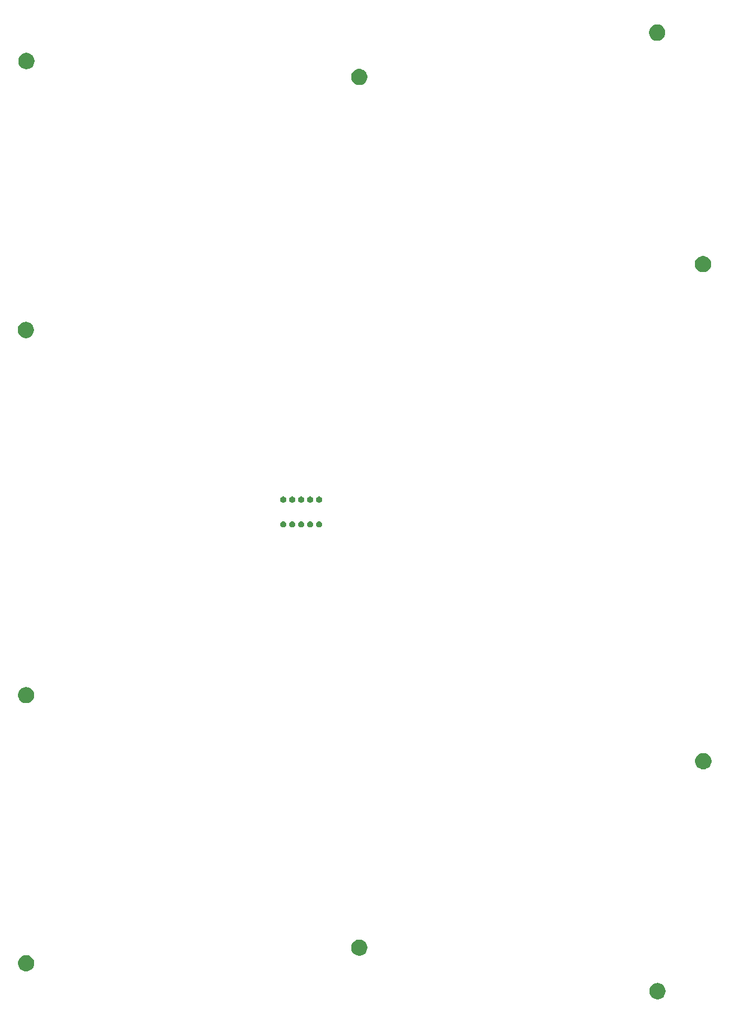
<source format=gbs>
G04 #@! TF.GenerationSoftware,KiCad,Pcbnew,(5.1.0-0)*
G04 #@! TF.CreationDate,2020-05-09T20:23:00+09:00*
G04 #@! TF.ProjectId,potto50-bottom-plate,706f7474-6f35-4302-9d62-6f74746f6d2d,rev?*
G04 #@! TF.SameCoordinates,Original*
G04 #@! TF.FileFunction,Soldermask,Bot*
G04 #@! TF.FilePolarity,Negative*
%FSLAX46Y46*%
G04 Gerber Fmt 4.6, Leading zero omitted, Abs format (unit mm)*
G04 Created by KiCad (PCBNEW (5.1.0-0)) date 2020-05-09 20:23:00*
%MOMM*%
%LPD*%
G04 APERTURE LIST*
%ADD10C,0.100000*%
G04 APERTURE END LIST*
D10*
G36*
X174709849Y-167844616D02*
G01*
X174821034Y-167866732D01*
X175030503Y-167953497D01*
X175219020Y-168079460D01*
X175379340Y-168239780D01*
X175505303Y-168428297D01*
X175592068Y-168637766D01*
X175636300Y-168860136D01*
X175636300Y-169086864D01*
X175592068Y-169309234D01*
X175505303Y-169518703D01*
X175379340Y-169707220D01*
X175219020Y-169867540D01*
X175030503Y-169993503D01*
X174821034Y-170080268D01*
X174709849Y-170102384D01*
X174598665Y-170124500D01*
X174371935Y-170124500D01*
X174260751Y-170102384D01*
X174149566Y-170080268D01*
X173940097Y-169993503D01*
X173751580Y-169867540D01*
X173591260Y-169707220D01*
X173465297Y-169518703D01*
X173378532Y-169309234D01*
X173334300Y-169086864D01*
X173334300Y-168860136D01*
X173378532Y-168637766D01*
X173465297Y-168428297D01*
X173591260Y-168239780D01*
X173751580Y-168079460D01*
X173940097Y-167953497D01*
X174149566Y-167866732D01*
X174260751Y-167844616D01*
X174371935Y-167822500D01*
X174598665Y-167822500D01*
X174709849Y-167844616D01*
X174709849Y-167844616D01*
G37*
G36*
X85251049Y-163894916D02*
G01*
X85362234Y-163917032D01*
X85571703Y-164003797D01*
X85760220Y-164129760D01*
X85920540Y-164290080D01*
X86046503Y-164478597D01*
X86133268Y-164688066D01*
X86177500Y-164910436D01*
X86177500Y-165137164D01*
X86133268Y-165359534D01*
X86046503Y-165569003D01*
X85920540Y-165757520D01*
X85760220Y-165917840D01*
X85571703Y-166043803D01*
X85362234Y-166130568D01*
X85251049Y-166152684D01*
X85139865Y-166174800D01*
X84913135Y-166174800D01*
X84801951Y-166152684D01*
X84690766Y-166130568D01*
X84481297Y-166043803D01*
X84292780Y-165917840D01*
X84132460Y-165757520D01*
X84006497Y-165569003D01*
X83919732Y-165359534D01*
X83875500Y-165137164D01*
X83875500Y-164910436D01*
X83919732Y-164688066D01*
X84006497Y-164478597D01*
X84132460Y-164290080D01*
X84292780Y-164129760D01*
X84481297Y-164003797D01*
X84690766Y-163917032D01*
X84801951Y-163894916D01*
X84913135Y-163872800D01*
X85139865Y-163872800D01*
X85251049Y-163894916D01*
X85251049Y-163894916D01*
G37*
G36*
X132456949Y-161672416D02*
G01*
X132568134Y-161694532D01*
X132777603Y-161781297D01*
X132966120Y-161907260D01*
X133126440Y-162067580D01*
X133252403Y-162256097D01*
X133339168Y-162465566D01*
X133383400Y-162687936D01*
X133383400Y-162914664D01*
X133339168Y-163137034D01*
X133252403Y-163346503D01*
X133126440Y-163535020D01*
X132966120Y-163695340D01*
X132777603Y-163821303D01*
X132568134Y-163908068D01*
X132456949Y-163930184D01*
X132345765Y-163952300D01*
X132119035Y-163952300D01*
X132007851Y-163930184D01*
X131896666Y-163908068D01*
X131687197Y-163821303D01*
X131498680Y-163695340D01*
X131338360Y-163535020D01*
X131212397Y-163346503D01*
X131125632Y-163137034D01*
X131081400Y-162914664D01*
X131081400Y-162687936D01*
X131125632Y-162465566D01*
X131212397Y-162256097D01*
X131338360Y-162067580D01*
X131498680Y-161907260D01*
X131687197Y-161781297D01*
X131896666Y-161694532D01*
X132007851Y-161672416D01*
X132119035Y-161650300D01*
X132345765Y-161650300D01*
X132456949Y-161672416D01*
X132456949Y-161672416D01*
G37*
G36*
X181199549Y-135269116D02*
G01*
X181310734Y-135291232D01*
X181520203Y-135377997D01*
X181708720Y-135503960D01*
X181869040Y-135664280D01*
X181995003Y-135852797D01*
X182081768Y-136062266D01*
X182126000Y-136284636D01*
X182126000Y-136511364D01*
X182081768Y-136733734D01*
X181995003Y-136943203D01*
X181869040Y-137131720D01*
X181708720Y-137292040D01*
X181520203Y-137418003D01*
X181310734Y-137504768D01*
X181199549Y-137526884D01*
X181088365Y-137549000D01*
X180861635Y-137549000D01*
X180750451Y-137526884D01*
X180639266Y-137504768D01*
X180429797Y-137418003D01*
X180241280Y-137292040D01*
X180080960Y-137131720D01*
X179954997Y-136943203D01*
X179868232Y-136733734D01*
X179824000Y-136511364D01*
X179824000Y-136284636D01*
X179868232Y-136062266D01*
X179954997Y-135852797D01*
X180080960Y-135664280D01*
X180241280Y-135503960D01*
X180429797Y-135377997D01*
X180639266Y-135291232D01*
X180750451Y-135269116D01*
X180861635Y-135247000D01*
X181088365Y-135247000D01*
X181199549Y-135269116D01*
X181199549Y-135269116D01*
G37*
G36*
X85251049Y-125921916D02*
G01*
X85362234Y-125944032D01*
X85571703Y-126030797D01*
X85760220Y-126156760D01*
X85920540Y-126317080D01*
X86046503Y-126505597D01*
X86133268Y-126715066D01*
X86177500Y-126937436D01*
X86177500Y-127164164D01*
X86133268Y-127386534D01*
X86046503Y-127596003D01*
X85920540Y-127784520D01*
X85760220Y-127944840D01*
X85571703Y-128070803D01*
X85362234Y-128157568D01*
X85251049Y-128179684D01*
X85139865Y-128201800D01*
X84913135Y-128201800D01*
X84801951Y-128179684D01*
X84690766Y-128157568D01*
X84481297Y-128070803D01*
X84292780Y-127944840D01*
X84132460Y-127784520D01*
X84006497Y-127596003D01*
X83919732Y-127386534D01*
X83875500Y-127164164D01*
X83875500Y-126937436D01*
X83919732Y-126715066D01*
X84006497Y-126505597D01*
X84132460Y-126317080D01*
X84292780Y-126156760D01*
X84481297Y-126030797D01*
X84690766Y-125944032D01*
X84801951Y-125921916D01*
X84913135Y-125899800D01*
X85139865Y-125899800D01*
X85251049Y-125921916D01*
X85251049Y-125921916D01*
G37*
G36*
X126669014Y-102423189D02*
G01*
X126749945Y-102456712D01*
X126822780Y-102505379D01*
X126884721Y-102567320D01*
X126933388Y-102640155D01*
X126966911Y-102721086D01*
X126984000Y-102807001D01*
X126984000Y-102894599D01*
X126966911Y-102980514D01*
X126933388Y-103061445D01*
X126884721Y-103134280D01*
X126822780Y-103196221D01*
X126749945Y-103244888D01*
X126749944Y-103244889D01*
X126749943Y-103244889D01*
X126669014Y-103278411D01*
X126583101Y-103295500D01*
X126495499Y-103295500D01*
X126409586Y-103278411D01*
X126328657Y-103244889D01*
X126328656Y-103244889D01*
X126328655Y-103244888D01*
X126255820Y-103196221D01*
X126193879Y-103134280D01*
X126145212Y-103061445D01*
X126111689Y-102980514D01*
X126094600Y-102894599D01*
X126094600Y-102807001D01*
X126111689Y-102721086D01*
X126145212Y-102640155D01*
X126193879Y-102567320D01*
X126255820Y-102505379D01*
X126328655Y-102456712D01*
X126409586Y-102423189D01*
X126495499Y-102406100D01*
X126583101Y-102406100D01*
X126669014Y-102423189D01*
X126669014Y-102423189D01*
G37*
G36*
X125399014Y-102423189D02*
G01*
X125479945Y-102456712D01*
X125552780Y-102505379D01*
X125614721Y-102567320D01*
X125663388Y-102640155D01*
X125696911Y-102721086D01*
X125714000Y-102807001D01*
X125714000Y-102894599D01*
X125696911Y-102980514D01*
X125663388Y-103061445D01*
X125614721Y-103134280D01*
X125552780Y-103196221D01*
X125479945Y-103244888D01*
X125479944Y-103244889D01*
X125479943Y-103244889D01*
X125399014Y-103278411D01*
X125313101Y-103295500D01*
X125225499Y-103295500D01*
X125139586Y-103278411D01*
X125058657Y-103244889D01*
X125058656Y-103244889D01*
X125058655Y-103244888D01*
X124985820Y-103196221D01*
X124923879Y-103134280D01*
X124875212Y-103061445D01*
X124841689Y-102980514D01*
X124824600Y-102894599D01*
X124824600Y-102807001D01*
X124841689Y-102721086D01*
X124875212Y-102640155D01*
X124923879Y-102567320D01*
X124985820Y-102505379D01*
X125058655Y-102456712D01*
X125139586Y-102423189D01*
X125225499Y-102406100D01*
X125313101Y-102406100D01*
X125399014Y-102423189D01*
X125399014Y-102423189D01*
G37*
G36*
X124129014Y-102423189D02*
G01*
X124209945Y-102456712D01*
X124282780Y-102505379D01*
X124344721Y-102567320D01*
X124393388Y-102640155D01*
X124426911Y-102721086D01*
X124444000Y-102807001D01*
X124444000Y-102894599D01*
X124426911Y-102980514D01*
X124393388Y-103061445D01*
X124344721Y-103134280D01*
X124282780Y-103196221D01*
X124209945Y-103244888D01*
X124209944Y-103244889D01*
X124209943Y-103244889D01*
X124129014Y-103278411D01*
X124043101Y-103295500D01*
X123955499Y-103295500D01*
X123869586Y-103278411D01*
X123788657Y-103244889D01*
X123788656Y-103244889D01*
X123788655Y-103244888D01*
X123715820Y-103196221D01*
X123653879Y-103134280D01*
X123605212Y-103061445D01*
X123571689Y-102980514D01*
X123554600Y-102894599D01*
X123554600Y-102807001D01*
X123571689Y-102721086D01*
X123605212Y-102640155D01*
X123653879Y-102567320D01*
X123715820Y-102505379D01*
X123788655Y-102456712D01*
X123869586Y-102423189D01*
X123955499Y-102406100D01*
X124043101Y-102406100D01*
X124129014Y-102423189D01*
X124129014Y-102423189D01*
G37*
G36*
X122859014Y-102423189D02*
G01*
X122939945Y-102456712D01*
X123012780Y-102505379D01*
X123074721Y-102567320D01*
X123123388Y-102640155D01*
X123156911Y-102721086D01*
X123174000Y-102807001D01*
X123174000Y-102894599D01*
X123156911Y-102980514D01*
X123123388Y-103061445D01*
X123074721Y-103134280D01*
X123012780Y-103196221D01*
X122939945Y-103244888D01*
X122939944Y-103244889D01*
X122939943Y-103244889D01*
X122859014Y-103278411D01*
X122773101Y-103295500D01*
X122685499Y-103295500D01*
X122599586Y-103278411D01*
X122518657Y-103244889D01*
X122518656Y-103244889D01*
X122518655Y-103244888D01*
X122445820Y-103196221D01*
X122383879Y-103134280D01*
X122335212Y-103061445D01*
X122301689Y-102980514D01*
X122284600Y-102894599D01*
X122284600Y-102807001D01*
X122301689Y-102721086D01*
X122335212Y-102640155D01*
X122383879Y-102567320D01*
X122445820Y-102505379D01*
X122518655Y-102456712D01*
X122599586Y-102423189D01*
X122685499Y-102406100D01*
X122773101Y-102406100D01*
X122859014Y-102423189D01*
X122859014Y-102423189D01*
G37*
G36*
X121589014Y-102423189D02*
G01*
X121669945Y-102456712D01*
X121742780Y-102505379D01*
X121804721Y-102567320D01*
X121853388Y-102640155D01*
X121886911Y-102721086D01*
X121904000Y-102807001D01*
X121904000Y-102894599D01*
X121886911Y-102980514D01*
X121853388Y-103061445D01*
X121804721Y-103134280D01*
X121742780Y-103196221D01*
X121669945Y-103244888D01*
X121669944Y-103244889D01*
X121669943Y-103244889D01*
X121589014Y-103278411D01*
X121503101Y-103295500D01*
X121415499Y-103295500D01*
X121329586Y-103278411D01*
X121248657Y-103244889D01*
X121248656Y-103244889D01*
X121248655Y-103244888D01*
X121175820Y-103196221D01*
X121113879Y-103134280D01*
X121065212Y-103061445D01*
X121031689Y-102980514D01*
X121014600Y-102894599D01*
X121014600Y-102807001D01*
X121031689Y-102721086D01*
X121065212Y-102640155D01*
X121113879Y-102567320D01*
X121175820Y-102505379D01*
X121248655Y-102456712D01*
X121329586Y-102423189D01*
X121415499Y-102406100D01*
X121503101Y-102406100D01*
X121589014Y-102423189D01*
X121589014Y-102423189D01*
G37*
G36*
X126669014Y-98915189D02*
G01*
X126749945Y-98948712D01*
X126822780Y-98997379D01*
X126884721Y-99059320D01*
X126933388Y-99132155D01*
X126966911Y-99213086D01*
X126984000Y-99299001D01*
X126984000Y-99386599D01*
X126966911Y-99472514D01*
X126933388Y-99553445D01*
X126884721Y-99626280D01*
X126822780Y-99688221D01*
X126749945Y-99736888D01*
X126749944Y-99736889D01*
X126749943Y-99736889D01*
X126669014Y-99770411D01*
X126583101Y-99787500D01*
X126495499Y-99787500D01*
X126409586Y-99770411D01*
X126328657Y-99736889D01*
X126328656Y-99736889D01*
X126328655Y-99736888D01*
X126255820Y-99688221D01*
X126193879Y-99626280D01*
X126145212Y-99553445D01*
X126111689Y-99472514D01*
X126094600Y-99386599D01*
X126094600Y-99299001D01*
X126111689Y-99213086D01*
X126145212Y-99132155D01*
X126193879Y-99059320D01*
X126255820Y-98997379D01*
X126328655Y-98948712D01*
X126409586Y-98915189D01*
X126495499Y-98898100D01*
X126583101Y-98898100D01*
X126669014Y-98915189D01*
X126669014Y-98915189D01*
G37*
G36*
X122859014Y-98915189D02*
G01*
X122939945Y-98948712D01*
X123012780Y-98997379D01*
X123074721Y-99059320D01*
X123123388Y-99132155D01*
X123156911Y-99213086D01*
X123174000Y-99299001D01*
X123174000Y-99386599D01*
X123156911Y-99472514D01*
X123123388Y-99553445D01*
X123074721Y-99626280D01*
X123012780Y-99688221D01*
X122939945Y-99736888D01*
X122939944Y-99736889D01*
X122939943Y-99736889D01*
X122859014Y-99770411D01*
X122773101Y-99787500D01*
X122685499Y-99787500D01*
X122599586Y-99770411D01*
X122518657Y-99736889D01*
X122518656Y-99736889D01*
X122518655Y-99736888D01*
X122445820Y-99688221D01*
X122383879Y-99626280D01*
X122335212Y-99553445D01*
X122301689Y-99472514D01*
X122284600Y-99386599D01*
X122284600Y-99299001D01*
X122301689Y-99213086D01*
X122335212Y-99132155D01*
X122383879Y-99059320D01*
X122445820Y-98997379D01*
X122518655Y-98948712D01*
X122599586Y-98915189D01*
X122685499Y-98898100D01*
X122773101Y-98898100D01*
X122859014Y-98915189D01*
X122859014Y-98915189D01*
G37*
G36*
X125399014Y-98915189D02*
G01*
X125479945Y-98948712D01*
X125552780Y-98997379D01*
X125614721Y-99059320D01*
X125663388Y-99132155D01*
X125696911Y-99213086D01*
X125714000Y-99299001D01*
X125714000Y-99386599D01*
X125696911Y-99472514D01*
X125663388Y-99553445D01*
X125614721Y-99626280D01*
X125552780Y-99688221D01*
X125479945Y-99736888D01*
X125479944Y-99736889D01*
X125479943Y-99736889D01*
X125399014Y-99770411D01*
X125313101Y-99787500D01*
X125225499Y-99787500D01*
X125139586Y-99770411D01*
X125058657Y-99736889D01*
X125058656Y-99736889D01*
X125058655Y-99736888D01*
X124985820Y-99688221D01*
X124923879Y-99626280D01*
X124875212Y-99553445D01*
X124841689Y-99472514D01*
X124824600Y-99386599D01*
X124824600Y-99299001D01*
X124841689Y-99213086D01*
X124875212Y-99132155D01*
X124923879Y-99059320D01*
X124985820Y-98997379D01*
X125058655Y-98948712D01*
X125139586Y-98915189D01*
X125225499Y-98898100D01*
X125313101Y-98898100D01*
X125399014Y-98915189D01*
X125399014Y-98915189D01*
G37*
G36*
X124129014Y-98915189D02*
G01*
X124209945Y-98948712D01*
X124282780Y-98997379D01*
X124344721Y-99059320D01*
X124393388Y-99132155D01*
X124426911Y-99213086D01*
X124444000Y-99299001D01*
X124444000Y-99386599D01*
X124426911Y-99472514D01*
X124393388Y-99553445D01*
X124344721Y-99626280D01*
X124282780Y-99688221D01*
X124209945Y-99736888D01*
X124209944Y-99736889D01*
X124209943Y-99736889D01*
X124129014Y-99770411D01*
X124043101Y-99787500D01*
X123955499Y-99787500D01*
X123869586Y-99770411D01*
X123788657Y-99736889D01*
X123788656Y-99736889D01*
X123788655Y-99736888D01*
X123715820Y-99688221D01*
X123653879Y-99626280D01*
X123605212Y-99553445D01*
X123571689Y-99472514D01*
X123554600Y-99386599D01*
X123554600Y-99299001D01*
X123571689Y-99213086D01*
X123605212Y-99132155D01*
X123653879Y-99059320D01*
X123715820Y-98997379D01*
X123788655Y-98948712D01*
X123869586Y-98915189D01*
X123955499Y-98898100D01*
X124043101Y-98898100D01*
X124129014Y-98915189D01*
X124129014Y-98915189D01*
G37*
G36*
X121589014Y-98915189D02*
G01*
X121669945Y-98948712D01*
X121742780Y-98997379D01*
X121804721Y-99059320D01*
X121853388Y-99132155D01*
X121886911Y-99213086D01*
X121904000Y-99299001D01*
X121904000Y-99386599D01*
X121886911Y-99472514D01*
X121853388Y-99553445D01*
X121804721Y-99626280D01*
X121742780Y-99688221D01*
X121669945Y-99736888D01*
X121669944Y-99736889D01*
X121669943Y-99736889D01*
X121589014Y-99770411D01*
X121503101Y-99787500D01*
X121415499Y-99787500D01*
X121329586Y-99770411D01*
X121248657Y-99736889D01*
X121248656Y-99736889D01*
X121248655Y-99736888D01*
X121175820Y-99688221D01*
X121113879Y-99626280D01*
X121065212Y-99553445D01*
X121031689Y-99472514D01*
X121014600Y-99386599D01*
X121014600Y-99299001D01*
X121031689Y-99213086D01*
X121065212Y-99132155D01*
X121113879Y-99059320D01*
X121175820Y-98997379D01*
X121248655Y-98948712D01*
X121329586Y-98915189D01*
X121415499Y-98898100D01*
X121503101Y-98898100D01*
X121589014Y-98915189D01*
X121589014Y-98915189D01*
G37*
G36*
X85212949Y-74194816D02*
G01*
X85324134Y-74216932D01*
X85533603Y-74303697D01*
X85722120Y-74429660D01*
X85882440Y-74589980D01*
X86008403Y-74778497D01*
X86095168Y-74987966D01*
X86139400Y-75210336D01*
X86139400Y-75437064D01*
X86095168Y-75659434D01*
X86008403Y-75868903D01*
X85882440Y-76057420D01*
X85722120Y-76217740D01*
X85533603Y-76343703D01*
X85324134Y-76430468D01*
X85212949Y-76452584D01*
X85101765Y-76474700D01*
X84875035Y-76474700D01*
X84763851Y-76452584D01*
X84652666Y-76430468D01*
X84443197Y-76343703D01*
X84254680Y-76217740D01*
X84094360Y-76057420D01*
X83968397Y-75868903D01*
X83881632Y-75659434D01*
X83837400Y-75437064D01*
X83837400Y-75210336D01*
X83881632Y-74987966D01*
X83968397Y-74778497D01*
X84094360Y-74589980D01*
X84254680Y-74429660D01*
X84443197Y-74303697D01*
X84652666Y-74216932D01*
X84763851Y-74194816D01*
X84875035Y-74172700D01*
X85101765Y-74172700D01*
X85212949Y-74194816D01*
X85212949Y-74194816D01*
G37*
G36*
X181161449Y-64860316D02*
G01*
X181272634Y-64882432D01*
X181482103Y-64969197D01*
X181670620Y-65095160D01*
X181830940Y-65255480D01*
X181956903Y-65443997D01*
X182043668Y-65653466D01*
X182087900Y-65875836D01*
X182087900Y-66102564D01*
X182043668Y-66324934D01*
X181956903Y-66534403D01*
X181830940Y-66722920D01*
X181670620Y-66883240D01*
X181482103Y-67009203D01*
X181272634Y-67095968D01*
X181161449Y-67118084D01*
X181050265Y-67140200D01*
X180823535Y-67140200D01*
X180712351Y-67118084D01*
X180601166Y-67095968D01*
X180391697Y-67009203D01*
X180203180Y-66883240D01*
X180042860Y-66722920D01*
X179916897Y-66534403D01*
X179830132Y-66324934D01*
X179785900Y-66102564D01*
X179785900Y-65875836D01*
X179830132Y-65653466D01*
X179916897Y-65443997D01*
X180042860Y-65255480D01*
X180203180Y-65095160D01*
X180391697Y-64969197D01*
X180601166Y-64882432D01*
X180712351Y-64860316D01*
X180823535Y-64838200D01*
X181050265Y-64838200D01*
X181161449Y-64860316D01*
X181161449Y-64860316D01*
G37*
G36*
X132456949Y-38355416D02*
G01*
X132568134Y-38377532D01*
X132777603Y-38464297D01*
X132966120Y-38590260D01*
X133126440Y-38750580D01*
X133252403Y-38939097D01*
X133339168Y-39148566D01*
X133383400Y-39370936D01*
X133383400Y-39597664D01*
X133339168Y-39820034D01*
X133252403Y-40029503D01*
X133126440Y-40218020D01*
X132966120Y-40378340D01*
X132777603Y-40504303D01*
X132568134Y-40591068D01*
X132456949Y-40613184D01*
X132345765Y-40635300D01*
X132119035Y-40635300D01*
X132007851Y-40613184D01*
X131896666Y-40591068D01*
X131687197Y-40504303D01*
X131498680Y-40378340D01*
X131338360Y-40218020D01*
X131212397Y-40029503D01*
X131125632Y-39820034D01*
X131081400Y-39597664D01*
X131081400Y-39370936D01*
X131125632Y-39148566D01*
X131212397Y-38939097D01*
X131338360Y-38750580D01*
X131498680Y-38590260D01*
X131687197Y-38464297D01*
X131896666Y-38377532D01*
X132007851Y-38355416D01*
X132119035Y-38333300D01*
X132345765Y-38333300D01*
X132456949Y-38355416D01*
X132456949Y-38355416D01*
G37*
G36*
X85289149Y-36107516D02*
G01*
X85400334Y-36129632D01*
X85609803Y-36216397D01*
X85798320Y-36342360D01*
X85958640Y-36502680D01*
X86084603Y-36691197D01*
X86171368Y-36900666D01*
X86215600Y-37123036D01*
X86215600Y-37349764D01*
X86171368Y-37572134D01*
X86084603Y-37781603D01*
X85958640Y-37970120D01*
X85798320Y-38130440D01*
X85609803Y-38256403D01*
X85400334Y-38343168D01*
X85289149Y-38365284D01*
X85177965Y-38387400D01*
X84951235Y-38387400D01*
X84840051Y-38365284D01*
X84728866Y-38343168D01*
X84519397Y-38256403D01*
X84330880Y-38130440D01*
X84170560Y-37970120D01*
X84044597Y-37781603D01*
X83957832Y-37572134D01*
X83913600Y-37349764D01*
X83913600Y-37123036D01*
X83957832Y-36900666D01*
X84044597Y-36691197D01*
X84170560Y-36502680D01*
X84330880Y-36342360D01*
X84519397Y-36216397D01*
X84728866Y-36129632D01*
X84840051Y-36107516D01*
X84951235Y-36085400D01*
X85177965Y-36085400D01*
X85289149Y-36107516D01*
X85289149Y-36107516D01*
G37*
G36*
X174671749Y-32081616D02*
G01*
X174782934Y-32103732D01*
X174992403Y-32190497D01*
X175180920Y-32316460D01*
X175341240Y-32476780D01*
X175467203Y-32665297D01*
X175553968Y-32874766D01*
X175598200Y-33097136D01*
X175598200Y-33323864D01*
X175553968Y-33546234D01*
X175467203Y-33755703D01*
X175341240Y-33944220D01*
X175180920Y-34104540D01*
X174992403Y-34230503D01*
X174782934Y-34317268D01*
X174671749Y-34339384D01*
X174560565Y-34361500D01*
X174333835Y-34361500D01*
X174222651Y-34339384D01*
X174111466Y-34317268D01*
X173901997Y-34230503D01*
X173713480Y-34104540D01*
X173553160Y-33944220D01*
X173427197Y-33755703D01*
X173340432Y-33546234D01*
X173296200Y-33323864D01*
X173296200Y-33097136D01*
X173340432Y-32874766D01*
X173427197Y-32665297D01*
X173553160Y-32476780D01*
X173713480Y-32316460D01*
X173901997Y-32190497D01*
X174111466Y-32103732D01*
X174222651Y-32081616D01*
X174333835Y-32059500D01*
X174560565Y-32059500D01*
X174671749Y-32081616D01*
X174671749Y-32081616D01*
G37*
M02*

</source>
